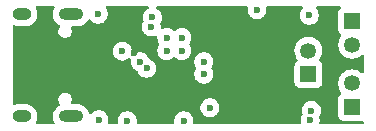
<source format=gbr>
%TF.GenerationSoftware,KiCad,Pcbnew,9.0.4*%
%TF.CreationDate,2025-09-14T00:07:06+02:00*%
%TF.ProjectId,charging-module-slim,63686172-6769-46e6-972d-6d6f64756c65,rev?*%
%TF.SameCoordinates,Original*%
%TF.FileFunction,Copper,L2,Inr*%
%TF.FilePolarity,Positive*%
%FSLAX46Y46*%
G04 Gerber Fmt 4.6, Leading zero omitted, Abs format (unit mm)*
G04 Created by KiCad (PCBNEW 9.0.4) date 2025-09-14 00:07:06*
%MOMM*%
%LPD*%
G01*
G04 APERTURE LIST*
%TA.AperFunction,ComponentPad*%
%ADD10R,1.350000X1.350000*%
%TD*%
%TA.AperFunction,ComponentPad*%
%ADD11C,1.350000*%
%TD*%
%TA.AperFunction,HeatsinkPad*%
%ADD12O,2.100000X1.000000*%
%TD*%
%TA.AperFunction,HeatsinkPad*%
%ADD13O,1.600000X1.000000*%
%TD*%
%TA.AperFunction,ViaPad*%
%ADD14C,0.600000*%
%TD*%
G04 APERTURE END LIST*
D10*
%TO.N,Net-(IC1-THERM)*%
%TO.C,TH1*%
X49550000Y-101750000D03*
D11*
%TO.N,GND*%
X49550000Y-99750000D03*
%TD*%
D12*
%TO.N,GND*%
%TO.C,J2*%
X29480000Y-96680000D03*
D13*
X25300000Y-96680000D03*
D12*
X29480000Y-105320000D03*
D13*
X25300000Y-105320000D03*
%TD*%
D10*
%TO.N,/Vbat*%
%TO.C,J1*%
X53250000Y-97270000D03*
D11*
%TO.N,GND*%
X53250000Y-99270000D03*
%TD*%
D10*
%TO.N,/Load*%
%TO.C,J3*%
X53250000Y-104530000D03*
D11*
%TO.N,GND*%
X53250000Y-102530000D03*
%TD*%
D14*
%TO.N,GND*%
X31750000Y-96675000D03*
X34225000Y-105700000D03*
X33800000Y-99800000D03*
X45200000Y-96300000D03*
X49706502Y-105630001D03*
X38850000Y-98650000D03*
X38850000Y-99750000D03*
X37550000Y-98650000D03*
X37550000Y-99750000D03*
X31825000Y-105600000D03*
X38994285Y-105700000D03*
%TO.N,/Load*%
X35300000Y-100700000D03*
X49812416Y-104837041D03*
X35850000Y-101250000D03*
%TO.N,/Vbat*%
X49625000Y-96775000D03*
X36350000Y-96950000D03*
X36250000Y-97750000D03*
%TO.N,/SEL*%
X34750000Y-99950000D03*
X38450000Y-102175000D03*
X31680000Y-103460000D03*
X34650000Y-98550000D03*
X31750000Y-98550000D03*
X48050000Y-100000000D03*
X34750000Y-99250000D03*
%TO.N,Net-(IC1-THERM)*%
X40699000Y-101750000D03*
%TO.N,Net-(IC1-~{PG})*%
X40699000Y-100695496D03*
X41212939Y-104596507D03*
%TD*%
%TA.AperFunction,Conductor*%
%TO.N,/SEL*%
G36*
X28015787Y-96020185D02*
G01*
X28061542Y-96072989D01*
X28071486Y-96142147D01*
X28051850Y-96193391D01*
X28043371Y-96206080D01*
X28043364Y-96206092D01*
X27967950Y-96388160D01*
X27967947Y-96388170D01*
X27929500Y-96581456D01*
X27929500Y-96581459D01*
X27929500Y-96778541D01*
X27929500Y-96778543D01*
X27929499Y-96778543D01*
X27967947Y-96971829D01*
X27967950Y-96971839D01*
X28043364Y-97153907D01*
X28043371Y-97153920D01*
X28152860Y-97317781D01*
X28152863Y-97317785D01*
X28292214Y-97457136D01*
X28292218Y-97457139D01*
X28461151Y-97570017D01*
X28460180Y-97571470D01*
X28504109Y-97614619D01*
X28519571Y-97682757D01*
X28495741Y-97748437D01*
X28494190Y-97750502D01*
X28489489Y-97756627D01*
X28413719Y-97887863D01*
X28385582Y-97992876D01*
X28374500Y-98034234D01*
X28374500Y-98185766D01*
X28394109Y-98258950D01*
X28413719Y-98332136D01*
X28436613Y-98371789D01*
X28489485Y-98463365D01*
X28596635Y-98570515D01*
X28727865Y-98646281D01*
X28874234Y-98685500D01*
X28874236Y-98685500D01*
X29025764Y-98685500D01*
X29025766Y-98685500D01*
X29172135Y-98646281D01*
X29303365Y-98570515D01*
X29410515Y-98463365D01*
X29486281Y-98332135D01*
X29525500Y-98185766D01*
X29525500Y-98034234D01*
X29486281Y-97887865D01*
X29481891Y-97880261D01*
X29473947Y-97866501D01*
X29457473Y-97798602D01*
X29480325Y-97732574D01*
X29535245Y-97689383D01*
X29581333Y-97680500D01*
X30128543Y-97680500D01*
X30284462Y-97649485D01*
X30321835Y-97642051D01*
X30503914Y-97566632D01*
X30667782Y-97457139D01*
X30807139Y-97317782D01*
X30908837Y-97165579D01*
X30962449Y-97120775D01*
X31031774Y-97112068D01*
X31094801Y-97142222D01*
X31115040Y-97165579D01*
X31128208Y-97185286D01*
X31128213Y-97185292D01*
X31239707Y-97296786D01*
X31239711Y-97296789D01*
X31370814Y-97384390D01*
X31370827Y-97384397D01*
X31479162Y-97429270D01*
X31516503Y-97444737D01*
X31671153Y-97475499D01*
X31671156Y-97475500D01*
X31671158Y-97475500D01*
X31828844Y-97475500D01*
X31828845Y-97475499D01*
X31983497Y-97444737D01*
X32129179Y-97384394D01*
X32260289Y-97296789D01*
X32371789Y-97185289D01*
X32459394Y-97054179D01*
X32519737Y-96908497D01*
X32550500Y-96753842D01*
X32550500Y-96596158D01*
X32550500Y-96596155D01*
X32550499Y-96596153D01*
X32519738Y-96441510D01*
X32519737Y-96441503D01*
X32518993Y-96439707D01*
X32459397Y-96295827D01*
X32459390Y-96295814D01*
X32390953Y-96193391D01*
X32370075Y-96126713D01*
X32388560Y-96059333D01*
X32440538Y-96012643D01*
X32494055Y-96000500D01*
X35927098Y-96000500D01*
X35994137Y-96020185D01*
X36039892Y-96072989D01*
X36049836Y-96142147D01*
X36020811Y-96205703D01*
X35974549Y-96239062D01*
X35970821Y-96240605D01*
X35970814Y-96240609D01*
X35839711Y-96328210D01*
X35839707Y-96328213D01*
X35728213Y-96439707D01*
X35728210Y-96439711D01*
X35640609Y-96570814D01*
X35640602Y-96570827D01*
X35580264Y-96716498D01*
X35580261Y-96716510D01*
X35549500Y-96871153D01*
X35549500Y-97028846D01*
X35580261Y-97183494D01*
X35580264Y-97183502D01*
X35587621Y-97201263D01*
X35595090Y-97270732D01*
X35576163Y-97317604D01*
X35540611Y-97370812D01*
X35540602Y-97370828D01*
X35480264Y-97516498D01*
X35480261Y-97516510D01*
X35449500Y-97671153D01*
X35449500Y-97828846D01*
X35480261Y-97983489D01*
X35480264Y-97983501D01*
X35540602Y-98129172D01*
X35540609Y-98129185D01*
X35628210Y-98260288D01*
X35628213Y-98260292D01*
X35739707Y-98371786D01*
X35739711Y-98371789D01*
X35870814Y-98459390D01*
X35870827Y-98459397D01*
X35949218Y-98491867D01*
X36016503Y-98519737D01*
X36171153Y-98550499D01*
X36171156Y-98550500D01*
X36171158Y-98550500D01*
X36328844Y-98550500D01*
X36328845Y-98550499D01*
X36483497Y-98519737D01*
X36578048Y-98480572D01*
X36647517Y-98473104D01*
X36709996Y-98504379D01*
X36745648Y-98564468D01*
X36749500Y-98595134D01*
X36749500Y-98728846D01*
X36780261Y-98883489D01*
X36780264Y-98883501D01*
X36840602Y-99029172D01*
X36840609Y-99029185D01*
X36908713Y-99131109D01*
X36929591Y-99197787D01*
X36911107Y-99265167D01*
X36908713Y-99268891D01*
X36840609Y-99370814D01*
X36840602Y-99370827D01*
X36780264Y-99516498D01*
X36780261Y-99516510D01*
X36749500Y-99671153D01*
X36749500Y-99828846D01*
X36780261Y-99983489D01*
X36780264Y-99983501D01*
X36840602Y-100129172D01*
X36840609Y-100129185D01*
X36928210Y-100260288D01*
X36928213Y-100260292D01*
X37039707Y-100371786D01*
X37039711Y-100371789D01*
X37170814Y-100459390D01*
X37170827Y-100459397D01*
X37306967Y-100515787D01*
X37316503Y-100519737D01*
X37455639Y-100547413D01*
X37471153Y-100550499D01*
X37471156Y-100550500D01*
X37471158Y-100550500D01*
X37628844Y-100550500D01*
X37628845Y-100550499D01*
X37783497Y-100519737D01*
X37929179Y-100459394D01*
X38060289Y-100371789D01*
X38072699Y-100359379D01*
X38112319Y-100319760D01*
X38173642Y-100286275D01*
X38243334Y-100291259D01*
X38287681Y-100319760D01*
X38339707Y-100371786D01*
X38339711Y-100371789D01*
X38470814Y-100459390D01*
X38470827Y-100459397D01*
X38606967Y-100515787D01*
X38616503Y-100519737D01*
X38755639Y-100547413D01*
X38771153Y-100550499D01*
X38771156Y-100550500D01*
X38771158Y-100550500D01*
X38928844Y-100550500D01*
X38928845Y-100550499D01*
X39083497Y-100519737D01*
X39112834Y-100507584D01*
X39140802Y-100496001D01*
X39229172Y-100459397D01*
X39229172Y-100459396D01*
X39229179Y-100459394D01*
X39360289Y-100371789D01*
X39471789Y-100260289D01*
X39559394Y-100129179D01*
X39619737Y-99983497D01*
X39650500Y-99828842D01*
X39650500Y-99671158D01*
X39650500Y-99671155D01*
X39647781Y-99657486D01*
X48374500Y-99657486D01*
X48374500Y-99842514D01*
X48381403Y-99886096D01*
X48403445Y-100025265D01*
X48460619Y-100201232D01*
X48460620Y-100201235D01*
X48544624Y-100366099D01*
X48628545Y-100481607D01*
X48652025Y-100547413D01*
X48636200Y-100615467D01*
X48602539Y-100653758D01*
X48517452Y-100717455D01*
X48431206Y-100832664D01*
X48431202Y-100832671D01*
X48380908Y-100967517D01*
X48375642Y-101016503D01*
X48374501Y-101027123D01*
X48374500Y-101027135D01*
X48374500Y-102472870D01*
X48374501Y-102472876D01*
X48380908Y-102532483D01*
X48431202Y-102667328D01*
X48431206Y-102667335D01*
X48517452Y-102782544D01*
X48517455Y-102782547D01*
X48632664Y-102868793D01*
X48632671Y-102868797D01*
X48767517Y-102919091D01*
X48767516Y-102919091D01*
X48774444Y-102919835D01*
X48827127Y-102925500D01*
X50272872Y-102925499D01*
X50332483Y-102919091D01*
X50467331Y-102868796D01*
X50582546Y-102782546D01*
X50668796Y-102667331D01*
X50719091Y-102532483D01*
X50725500Y-102472873D01*
X50725499Y-101027128D01*
X50719091Y-100967517D01*
X50706402Y-100933497D01*
X50668797Y-100832671D01*
X50668793Y-100832664D01*
X50582547Y-100717455D01*
X50497460Y-100653758D01*
X50455590Y-100597824D01*
X50450606Y-100528132D01*
X50471454Y-100481607D01*
X50555378Y-100366096D01*
X50639379Y-100201235D01*
X50696555Y-100025264D01*
X50725500Y-99842514D01*
X50725500Y-99657486D01*
X50696555Y-99474736D01*
X50639379Y-99298765D01*
X50639379Y-99298764D01*
X50587928Y-99197787D01*
X50555378Y-99133904D01*
X50446621Y-98984213D01*
X50315787Y-98853379D01*
X50166096Y-98744622D01*
X50135126Y-98728842D01*
X50001235Y-98660620D01*
X50001232Y-98660619D01*
X49825265Y-98603445D01*
X49733889Y-98588972D01*
X49642514Y-98574500D01*
X49457486Y-98574500D01*
X49396569Y-98584148D01*
X49274734Y-98603445D01*
X49098767Y-98660619D01*
X49098764Y-98660620D01*
X48933903Y-98744622D01*
X48848499Y-98806672D01*
X48784213Y-98853379D01*
X48784211Y-98853381D01*
X48784210Y-98853381D01*
X48653381Y-98984210D01*
X48653381Y-98984211D01*
X48653379Y-98984213D01*
X48620709Y-99029179D01*
X48544622Y-99133903D01*
X48460620Y-99298764D01*
X48460619Y-99298767D01*
X48403445Y-99474734D01*
X48392274Y-99545264D01*
X48374500Y-99657486D01*
X39647781Y-99657486D01*
X39619738Y-99516508D01*
X39619737Y-99516507D01*
X39619737Y-99516503D01*
X39580102Y-99420814D01*
X39559397Y-99370827D01*
X39559393Y-99370820D01*
X39553843Y-99362514D01*
X39491284Y-99268888D01*
X39470408Y-99202214D01*
X39488892Y-99134834D01*
X39491257Y-99131152D01*
X39559394Y-99029179D01*
X39619737Y-98883497D01*
X39650500Y-98728842D01*
X39650500Y-98571158D01*
X39650500Y-98571155D01*
X39650499Y-98571153D01*
X39650372Y-98570514D01*
X39619737Y-98416503D01*
X39619735Y-98416498D01*
X39559397Y-98270827D01*
X39559390Y-98270814D01*
X39471789Y-98139711D01*
X39471786Y-98139707D01*
X39360292Y-98028213D01*
X39360288Y-98028210D01*
X39229185Y-97940609D01*
X39229172Y-97940602D01*
X39083501Y-97880264D01*
X39083489Y-97880261D01*
X38928845Y-97849500D01*
X38928842Y-97849500D01*
X38771158Y-97849500D01*
X38771155Y-97849500D01*
X38616510Y-97880261D01*
X38616498Y-97880264D01*
X38470827Y-97940602D01*
X38470814Y-97940609D01*
X38339711Y-98028210D01*
X38339707Y-98028213D01*
X38287681Y-98080240D01*
X38226358Y-98113725D01*
X38156666Y-98108741D01*
X38112319Y-98080240D01*
X38060292Y-98028213D01*
X38060288Y-98028210D01*
X37929185Y-97940609D01*
X37929172Y-97940602D01*
X37783501Y-97880264D01*
X37783489Y-97880261D01*
X37628845Y-97849500D01*
X37628842Y-97849500D01*
X37471158Y-97849500D01*
X37471155Y-97849500D01*
X37316510Y-97880261D01*
X37316507Y-97880261D01*
X37221952Y-97919427D01*
X37152482Y-97926895D01*
X37090003Y-97895619D01*
X37054351Y-97835530D01*
X37050500Y-97804865D01*
X37050500Y-97671155D01*
X37050499Y-97671153D01*
X37019739Y-97516511D01*
X37019737Y-97516505D01*
X37019737Y-97516503D01*
X37012377Y-97498735D01*
X37004908Y-97429270D01*
X37023835Y-97382394D01*
X37059394Y-97329179D01*
X37119737Y-97183497D01*
X37150500Y-97028842D01*
X37150500Y-96871158D01*
X37150500Y-96871155D01*
X37150499Y-96871153D01*
X37138392Y-96810288D01*
X37119737Y-96716503D01*
X37111308Y-96696153D01*
X37059397Y-96570827D01*
X37059390Y-96570814D01*
X36971789Y-96439711D01*
X36971786Y-96439707D01*
X36860292Y-96328213D01*
X36860288Y-96328210D01*
X36729185Y-96240609D01*
X36729178Y-96240605D01*
X36725451Y-96239062D01*
X36671047Y-96195222D01*
X36648981Y-96128928D01*
X36666259Y-96061229D01*
X36717395Y-96013617D01*
X36772902Y-96000500D01*
X44292297Y-96000500D01*
X44359336Y-96020185D01*
X44405091Y-96072989D01*
X44415035Y-96142147D01*
X44413914Y-96148691D01*
X44399500Y-96221153D01*
X44399500Y-96378846D01*
X44430261Y-96533489D01*
X44430264Y-96533501D01*
X44490602Y-96679172D01*
X44490609Y-96679185D01*
X44578210Y-96810288D01*
X44578213Y-96810292D01*
X44689707Y-96921786D01*
X44689711Y-96921789D01*
X44820814Y-97009390D01*
X44820827Y-97009397D01*
X44966498Y-97069735D01*
X44966503Y-97069737D01*
X45121153Y-97100499D01*
X45121156Y-97100500D01*
X45121158Y-97100500D01*
X45278844Y-97100500D01*
X45278845Y-97100499D01*
X45433497Y-97069737D01*
X45579179Y-97009394D01*
X45710289Y-96921789D01*
X45821789Y-96810289D01*
X45909394Y-96679179D01*
X45969737Y-96533497D01*
X46000500Y-96378842D01*
X46000500Y-96221158D01*
X46000500Y-96221155D01*
X46000499Y-96221153D01*
X45986086Y-96148691D01*
X45992313Y-96079100D01*
X46035176Y-96023922D01*
X46101066Y-96000678D01*
X46107703Y-96000500D01*
X48968059Y-96000500D01*
X49035098Y-96020185D01*
X49080853Y-96072989D01*
X49090797Y-96142147D01*
X49061772Y-96205703D01*
X49055740Y-96212181D01*
X49003213Y-96264707D01*
X49003210Y-96264711D01*
X48915609Y-96395814D01*
X48915602Y-96395827D01*
X48855264Y-96541498D01*
X48855261Y-96541510D01*
X48824500Y-96696153D01*
X48824500Y-96853846D01*
X48855261Y-97008489D01*
X48855264Y-97008501D01*
X48915602Y-97154172D01*
X48915609Y-97154185D01*
X49003210Y-97285288D01*
X49003213Y-97285292D01*
X49114707Y-97396786D01*
X49114711Y-97396789D01*
X49245814Y-97484390D01*
X49245827Y-97484397D01*
X49391498Y-97544735D01*
X49391503Y-97544737D01*
X49525898Y-97571470D01*
X49546153Y-97575499D01*
X49546156Y-97575500D01*
X49546158Y-97575500D01*
X49703844Y-97575500D01*
X49703845Y-97575499D01*
X49858497Y-97544737D01*
X50004179Y-97484394D01*
X50135289Y-97396789D01*
X50246789Y-97285289D01*
X50334394Y-97154179D01*
X50394737Y-97008497D01*
X50425500Y-96853842D01*
X50425500Y-96696158D01*
X50425500Y-96696155D01*
X50425499Y-96696153D01*
X50422121Y-96679172D01*
X50394737Y-96541503D01*
X50394735Y-96541498D01*
X50334397Y-96395827D01*
X50334390Y-96395814D01*
X50246789Y-96264711D01*
X50246786Y-96264707D01*
X50194260Y-96212181D01*
X50160775Y-96150858D01*
X50165759Y-96081166D01*
X50207631Y-96025233D01*
X50273095Y-96000816D01*
X50281941Y-96000500D01*
X52161427Y-96000500D01*
X52228466Y-96020185D01*
X52274221Y-96072989D01*
X52284165Y-96142147D01*
X52255140Y-96205703D01*
X52235739Y-96223766D01*
X52217452Y-96237455D01*
X52131206Y-96352664D01*
X52131202Y-96352671D01*
X52080908Y-96487517D01*
X52074501Y-96547116D01*
X52074500Y-96547130D01*
X52074500Y-97992870D01*
X52074501Y-97992876D01*
X52080908Y-98052483D01*
X52131202Y-98187328D01*
X52131206Y-98187335D01*
X52217452Y-98302544D01*
X52217453Y-98302544D01*
X52217454Y-98302546D01*
X52222167Y-98306074D01*
X52302539Y-98366241D01*
X52344409Y-98422175D01*
X52349393Y-98491867D01*
X52328545Y-98538392D01*
X52244624Y-98653900D01*
X52160620Y-98818764D01*
X52160619Y-98818767D01*
X52103445Y-98994734D01*
X52074500Y-99177486D01*
X52074500Y-99362513D01*
X52103445Y-99545265D01*
X52160619Y-99721232D01*
X52160620Y-99721235D01*
X52222415Y-99842513D01*
X52244622Y-99886096D01*
X52353379Y-100035787D01*
X52484213Y-100166621D01*
X52633904Y-100275378D01*
X52714237Y-100316310D01*
X52798764Y-100359379D01*
X52798767Y-100359380D01*
X52836950Y-100371786D01*
X52974736Y-100416555D01*
X53157486Y-100445500D01*
X53157487Y-100445500D01*
X53342513Y-100445500D01*
X53342514Y-100445500D01*
X53525264Y-100416555D01*
X53701235Y-100359379D01*
X53866096Y-100275378D01*
X54015787Y-100166621D01*
X54038319Y-100144089D01*
X54099642Y-100110604D01*
X54169334Y-100115588D01*
X54225267Y-100157460D01*
X54249684Y-100222924D01*
X54250000Y-100231770D01*
X54250000Y-101568230D01*
X54230315Y-101635269D01*
X54177511Y-101681024D01*
X54108353Y-101690968D01*
X54044797Y-101661943D01*
X54038319Y-101655911D01*
X54015789Y-101633381D01*
X54015787Y-101633379D01*
X53866096Y-101524622D01*
X53859419Y-101521220D01*
X53701235Y-101440620D01*
X53701232Y-101440619D01*
X53525265Y-101383445D01*
X53433889Y-101368972D01*
X53342514Y-101354500D01*
X53157486Y-101354500D01*
X53096569Y-101364148D01*
X52974734Y-101383445D01*
X52798767Y-101440619D01*
X52798764Y-101440620D01*
X52633903Y-101524622D01*
X52573883Y-101568230D01*
X52484213Y-101633379D01*
X52484211Y-101633381D01*
X52484210Y-101633381D01*
X52353381Y-101764210D01*
X52353381Y-101764211D01*
X52353379Y-101764213D01*
X52306672Y-101828499D01*
X52244622Y-101913903D01*
X52160620Y-102078764D01*
X52160619Y-102078767D01*
X52103445Y-102254734D01*
X52074500Y-102437486D01*
X52074500Y-102622513D01*
X52103445Y-102805265D01*
X52160619Y-102981232D01*
X52160620Y-102981235D01*
X52244624Y-103146099D01*
X52328545Y-103261607D01*
X52352025Y-103327413D01*
X52336200Y-103395467D01*
X52302539Y-103433758D01*
X52217452Y-103497455D01*
X52131206Y-103612664D01*
X52131202Y-103612671D01*
X52080908Y-103747517D01*
X52074501Y-103807116D01*
X52074500Y-103807135D01*
X52074500Y-105252870D01*
X52074501Y-105252876D01*
X52080908Y-105312483D01*
X52131202Y-105447328D01*
X52131206Y-105447335D01*
X52217452Y-105562544D01*
X52217455Y-105562547D01*
X52332664Y-105648793D01*
X52332671Y-105648797D01*
X52467517Y-105699091D01*
X52467516Y-105699091D01*
X52474444Y-105699835D01*
X52527127Y-105705500D01*
X53972872Y-105705499D01*
X54032483Y-105699091D01*
X54082666Y-105680374D01*
X54152357Y-105675389D01*
X54213681Y-105708873D01*
X54247166Y-105770196D01*
X54250000Y-105796555D01*
X54250000Y-105875500D01*
X54230315Y-105942539D01*
X54177511Y-105988294D01*
X54126000Y-105999500D01*
X50600281Y-105999500D01*
X50533242Y-105979815D01*
X50487487Y-105927011D01*
X50477543Y-105857853D01*
X50478664Y-105851308D01*
X50507002Y-105708845D01*
X50507002Y-105551156D01*
X50507001Y-105551154D01*
X50486349Y-105447331D01*
X50476239Y-105396504D01*
X50472943Y-105388546D01*
X50465474Y-105319077D01*
X50484402Y-105272203D01*
X50521810Y-105216220D01*
X50582153Y-105070538D01*
X50612916Y-104915883D01*
X50612916Y-104758199D01*
X50612916Y-104758196D01*
X50612915Y-104758194D01*
X50597802Y-104682218D01*
X50582153Y-104603544D01*
X50582151Y-104603539D01*
X50521813Y-104457868D01*
X50521806Y-104457855D01*
X50434205Y-104326752D01*
X50434202Y-104326748D01*
X50322708Y-104215254D01*
X50322704Y-104215251D01*
X50191601Y-104127650D01*
X50191588Y-104127643D01*
X50045917Y-104067305D01*
X50045905Y-104067302D01*
X49891261Y-104036541D01*
X49891258Y-104036541D01*
X49733574Y-104036541D01*
X49733571Y-104036541D01*
X49578926Y-104067302D01*
X49578914Y-104067305D01*
X49433243Y-104127643D01*
X49433230Y-104127650D01*
X49302127Y-104215251D01*
X49302123Y-104215254D01*
X49190629Y-104326748D01*
X49190626Y-104326752D01*
X49103025Y-104457855D01*
X49103018Y-104457868D01*
X49042680Y-104603539D01*
X49042677Y-104603551D01*
X49011916Y-104758194D01*
X49011916Y-104915887D01*
X49042676Y-105070529D01*
X49042678Y-105070534D01*
X49042679Y-105070538D01*
X49045975Y-105078495D01*
X49053442Y-105147964D01*
X49034517Y-105194834D01*
X48997109Y-105250820D01*
X48997104Y-105250829D01*
X48936766Y-105396499D01*
X48936763Y-105396511D01*
X48906002Y-105551154D01*
X48906002Y-105551159D01*
X48906002Y-105708843D01*
X48906002Y-105708845D01*
X48906001Y-105708845D01*
X48934340Y-105851308D01*
X48928113Y-105920900D01*
X48885250Y-105976077D01*
X48819360Y-105999322D01*
X48812723Y-105999500D01*
X39901988Y-105999500D01*
X39834949Y-105979815D01*
X39789194Y-105927011D01*
X39779250Y-105857853D01*
X39780371Y-105851309D01*
X39794784Y-105778846D01*
X39794785Y-105778844D01*
X39794785Y-105621155D01*
X39794784Y-105621153D01*
X39792931Y-105611839D01*
X39764022Y-105466503D01*
X39764020Y-105466498D01*
X39703682Y-105320827D01*
X39703675Y-105320814D01*
X39616074Y-105189711D01*
X39616071Y-105189707D01*
X39504577Y-105078213D01*
X39504573Y-105078210D01*
X39373470Y-104990609D01*
X39373457Y-104990602D01*
X39227786Y-104930264D01*
X39227774Y-104930261D01*
X39073130Y-104899500D01*
X39073127Y-104899500D01*
X38915443Y-104899500D01*
X38915440Y-104899500D01*
X38760795Y-104930261D01*
X38760783Y-104930264D01*
X38615112Y-104990602D01*
X38615099Y-104990609D01*
X38483996Y-105078210D01*
X38483992Y-105078213D01*
X38372498Y-105189707D01*
X38372495Y-105189711D01*
X38284894Y-105320814D01*
X38284887Y-105320827D01*
X38224549Y-105466498D01*
X38224546Y-105466510D01*
X38193785Y-105621153D01*
X38193785Y-105778846D01*
X38208199Y-105851309D01*
X38201972Y-105920900D01*
X38159109Y-105976078D01*
X38093219Y-105999322D01*
X38086582Y-105999500D01*
X35132703Y-105999500D01*
X35065664Y-105979815D01*
X35019909Y-105927011D01*
X35009965Y-105857853D01*
X35011086Y-105851309D01*
X35025499Y-105778846D01*
X35025500Y-105778844D01*
X35025500Y-105621155D01*
X35025499Y-105621153D01*
X35023646Y-105611839D01*
X34994737Y-105466503D01*
X34994735Y-105466498D01*
X34934397Y-105320827D01*
X34934390Y-105320814D01*
X34846789Y-105189711D01*
X34846786Y-105189707D01*
X34735292Y-105078213D01*
X34735288Y-105078210D01*
X34604185Y-104990609D01*
X34604172Y-104990602D01*
X34458501Y-104930264D01*
X34458489Y-104930261D01*
X34303845Y-104899500D01*
X34303842Y-104899500D01*
X34146158Y-104899500D01*
X34146155Y-104899500D01*
X33991510Y-104930261D01*
X33991498Y-104930264D01*
X33845827Y-104990602D01*
X33845814Y-104990609D01*
X33714711Y-105078210D01*
X33714707Y-105078213D01*
X33603213Y-105189707D01*
X33603210Y-105189711D01*
X33515609Y-105320814D01*
X33515602Y-105320827D01*
X33455264Y-105466498D01*
X33455261Y-105466510D01*
X33424500Y-105621153D01*
X33424500Y-105778846D01*
X33438914Y-105851309D01*
X33432687Y-105920900D01*
X33389824Y-105976078D01*
X33323934Y-105999322D01*
X33317297Y-105999500D01*
X32711555Y-105999500D01*
X32644516Y-105979815D01*
X32598761Y-105927011D01*
X32588817Y-105857853D01*
X32593840Y-105839588D01*
X32592969Y-105839324D01*
X32594731Y-105833509D01*
X32594737Y-105833497D01*
X32625500Y-105678842D01*
X32625500Y-105521158D01*
X32625500Y-105521155D01*
X32625499Y-105521153D01*
X32614627Y-105466498D01*
X32594737Y-105366503D01*
X32575093Y-105319077D01*
X32534397Y-105220827D01*
X32534390Y-105220814D01*
X32446789Y-105089711D01*
X32446786Y-105089707D01*
X32335292Y-104978213D01*
X32335288Y-104978210D01*
X32204185Y-104890609D01*
X32204172Y-104890602D01*
X32058501Y-104830264D01*
X32058489Y-104830261D01*
X31903845Y-104799500D01*
X31903842Y-104799500D01*
X31746158Y-104799500D01*
X31746155Y-104799500D01*
X31591510Y-104830261D01*
X31591498Y-104830264D01*
X31445827Y-104890602D01*
X31445814Y-104890609D01*
X31314711Y-104978210D01*
X31201335Y-105091586D01*
X31140012Y-105125070D01*
X31070320Y-105120086D01*
X31014387Y-105078214D01*
X30994569Y-105033769D01*
X30993820Y-105033997D01*
X30992049Y-105028160D01*
X30916635Y-104846092D01*
X30916628Y-104846079D01*
X30807139Y-104682218D01*
X30807136Y-104682214D01*
X30667785Y-104542863D01*
X30667781Y-104542860D01*
X30630067Y-104517660D01*
X40412439Y-104517660D01*
X40412439Y-104675353D01*
X40443200Y-104829996D01*
X40443203Y-104830008D01*
X40503541Y-104975679D01*
X40503548Y-104975692D01*
X40591149Y-105106795D01*
X40591152Y-105106799D01*
X40702646Y-105218293D01*
X40702650Y-105218296D01*
X40833753Y-105305897D01*
X40833766Y-105305904D01*
X40979437Y-105366242D01*
X40979442Y-105366244D01*
X41134092Y-105397006D01*
X41134095Y-105397007D01*
X41134097Y-105397007D01*
X41291783Y-105397007D01*
X41291784Y-105397006D01*
X41446436Y-105366244D01*
X41592118Y-105305901D01*
X41723228Y-105218296D01*
X41834728Y-105106796D01*
X41922333Y-104975686D01*
X41982676Y-104830004D01*
X42013439Y-104675349D01*
X42013439Y-104517665D01*
X42013439Y-104517662D01*
X42013438Y-104517660D01*
X41982676Y-104363010D01*
X41980579Y-104357947D01*
X41922336Y-104217334D01*
X41922329Y-104217321D01*
X41834728Y-104086218D01*
X41834725Y-104086214D01*
X41723231Y-103974720D01*
X41723227Y-103974717D01*
X41592124Y-103887116D01*
X41592111Y-103887109D01*
X41446440Y-103826771D01*
X41446428Y-103826768D01*
X41291784Y-103796007D01*
X41291781Y-103796007D01*
X41134097Y-103796007D01*
X41134094Y-103796007D01*
X40979449Y-103826768D01*
X40979437Y-103826771D01*
X40833766Y-103887109D01*
X40833753Y-103887116D01*
X40702650Y-103974717D01*
X40702646Y-103974720D01*
X40591152Y-104086214D01*
X40591149Y-104086218D01*
X40503548Y-104217321D01*
X40503541Y-104217334D01*
X40443203Y-104363005D01*
X40443200Y-104363017D01*
X40412439Y-104517660D01*
X30630067Y-104517660D01*
X30503920Y-104433371D01*
X30503907Y-104433364D01*
X30321839Y-104357950D01*
X30321829Y-104357947D01*
X30128543Y-104319500D01*
X30128541Y-104319500D01*
X29581333Y-104319500D01*
X29514294Y-104299815D01*
X29468539Y-104247011D01*
X29458595Y-104177853D01*
X29473947Y-104133499D01*
X29486278Y-104112140D01*
X29486277Y-104112140D01*
X29486281Y-104112135D01*
X29525500Y-103965766D01*
X29525500Y-103814234D01*
X29486281Y-103667865D01*
X29410515Y-103536635D01*
X29303365Y-103429485D01*
X29207651Y-103374224D01*
X29172136Y-103353719D01*
X29098950Y-103334109D01*
X29025766Y-103314500D01*
X28874234Y-103314500D01*
X28727863Y-103353719D01*
X28596635Y-103429485D01*
X28596632Y-103429487D01*
X28489487Y-103536632D01*
X28489485Y-103536635D01*
X28413719Y-103667863D01*
X28379384Y-103796007D01*
X28374500Y-103814234D01*
X28374500Y-103965766D01*
X28376899Y-103974718D01*
X28413719Y-104112136D01*
X28451602Y-104177750D01*
X28489485Y-104243365D01*
X28489488Y-104243368D01*
X28494188Y-104249493D01*
X28519383Y-104314662D01*
X28505346Y-104383107D01*
X28460510Y-104429023D01*
X28461151Y-104429983D01*
X28456612Y-104433015D01*
X28456533Y-104433097D01*
X28456296Y-104433226D01*
X28292218Y-104542860D01*
X28292214Y-104542863D01*
X28152863Y-104682214D01*
X28152860Y-104682218D01*
X28043371Y-104846079D01*
X28043364Y-104846092D01*
X27967950Y-105028160D01*
X27967947Y-105028170D01*
X27929500Y-105221456D01*
X27929500Y-105221459D01*
X27929500Y-105418541D01*
X27929500Y-105418543D01*
X27929499Y-105418543D01*
X27967947Y-105611829D01*
X27967950Y-105611839D01*
X28043364Y-105793907D01*
X28043371Y-105793919D01*
X28051850Y-105806609D01*
X28072728Y-105873286D01*
X28054244Y-105940666D01*
X28002265Y-105987357D01*
X27948748Y-105999500D01*
X26581252Y-105999500D01*
X26514213Y-105979815D01*
X26468458Y-105927011D01*
X26458514Y-105857853D01*
X26478150Y-105806609D01*
X26484867Y-105796555D01*
X26486632Y-105793914D01*
X26562051Y-105611835D01*
X26580089Y-105521153D01*
X26600500Y-105418543D01*
X26600500Y-105221456D01*
X26562052Y-105028170D01*
X26562051Y-105028169D01*
X26562051Y-105028165D01*
X26546492Y-104990602D01*
X26486635Y-104846092D01*
X26486628Y-104846079D01*
X26377139Y-104682218D01*
X26377136Y-104682214D01*
X26237785Y-104542863D01*
X26237781Y-104542860D01*
X26073920Y-104433371D01*
X26073907Y-104433364D01*
X25891839Y-104357950D01*
X25891829Y-104357947D01*
X25698543Y-104319500D01*
X25698541Y-104319500D01*
X24901459Y-104319500D01*
X24901457Y-104319500D01*
X24708170Y-104357947D01*
X24708165Y-104357949D01*
X24671951Y-104372949D01*
X24602482Y-104380416D01*
X24540003Y-104349141D01*
X24504351Y-104289051D01*
X24500500Y-104258387D01*
X24500500Y-99721153D01*
X32999500Y-99721153D01*
X32999500Y-99878846D01*
X33030261Y-100033489D01*
X33030264Y-100033501D01*
X33090602Y-100179172D01*
X33090609Y-100179185D01*
X33178210Y-100310288D01*
X33178213Y-100310292D01*
X33289707Y-100421786D01*
X33289711Y-100421789D01*
X33420814Y-100509390D01*
X33420827Y-100509397D01*
X33520060Y-100550500D01*
X33566503Y-100569737D01*
X33689607Y-100594224D01*
X33721153Y-100600499D01*
X33721156Y-100600500D01*
X33721158Y-100600500D01*
X33878844Y-100600500D01*
X33878845Y-100600499D01*
X34033497Y-100569737D01*
X34179179Y-100509394D01*
X34310289Y-100421789D01*
X34310293Y-100421784D01*
X34314999Y-100417924D01*
X34316601Y-100419877D01*
X34368199Y-100391668D01*
X34437893Y-100396616D01*
X34493848Y-100438458D01*
X34518299Y-100503909D01*
X34516237Y-100537011D01*
X34499500Y-100621153D01*
X34499500Y-100778846D01*
X34530261Y-100933489D01*
X34530264Y-100933501D01*
X34590602Y-101079172D01*
X34590609Y-101079185D01*
X34678210Y-101210288D01*
X34678213Y-101210292D01*
X34789707Y-101321786D01*
X34789711Y-101321789D01*
X34920814Y-101409390D01*
X34920818Y-101409392D01*
X34920821Y-101409394D01*
X35028782Y-101454112D01*
X35083182Y-101497951D01*
X35095888Y-101521220D01*
X35140602Y-101629172D01*
X35140609Y-101629185D01*
X35228210Y-101760288D01*
X35228213Y-101760292D01*
X35339707Y-101871786D01*
X35339711Y-101871789D01*
X35470814Y-101959390D01*
X35470827Y-101959397D01*
X35616498Y-102019735D01*
X35616503Y-102019737D01*
X35771153Y-102050499D01*
X35771156Y-102050500D01*
X35771158Y-102050500D01*
X35928844Y-102050500D01*
X35928845Y-102050499D01*
X36083497Y-102019737D01*
X36229179Y-101959394D01*
X36360289Y-101871789D01*
X36471789Y-101760289D01*
X36559394Y-101629179D01*
X36619737Y-101483497D01*
X36650500Y-101328842D01*
X36650500Y-101171158D01*
X36650500Y-101171155D01*
X36650499Y-101171153D01*
X36632204Y-101079179D01*
X36619737Y-101016503D01*
X36619735Y-101016498D01*
X36559397Y-100870827D01*
X36559390Y-100870814D01*
X36471789Y-100739711D01*
X36471786Y-100739707D01*
X36360292Y-100628213D01*
X36360288Y-100628210D01*
X36342986Y-100616649D01*
X39898500Y-100616649D01*
X39898500Y-100774342D01*
X39929261Y-100928985D01*
X39929264Y-100928997D01*
X39989602Y-101074668D01*
X39989609Y-101074681D01*
X40042513Y-101153857D01*
X40063391Y-101220535D01*
X40044906Y-101287915D01*
X40042513Y-101291639D01*
X39989609Y-101370814D01*
X39989602Y-101370827D01*
X39929264Y-101516498D01*
X39929261Y-101516510D01*
X39898500Y-101671153D01*
X39898500Y-101828846D01*
X39929261Y-101983489D01*
X39929264Y-101983501D01*
X39989602Y-102129172D01*
X39989609Y-102129185D01*
X40077210Y-102260288D01*
X40077213Y-102260292D01*
X40188707Y-102371786D01*
X40188711Y-102371789D01*
X40319814Y-102459390D01*
X40319827Y-102459397D01*
X40465498Y-102519735D01*
X40465503Y-102519737D01*
X40620153Y-102550499D01*
X40620156Y-102550500D01*
X40620158Y-102550500D01*
X40777844Y-102550500D01*
X40777845Y-102550499D01*
X40932497Y-102519737D01*
X41078179Y-102459394D01*
X41209289Y-102371789D01*
X41320789Y-102260289D01*
X41408394Y-102129179D01*
X41468737Y-101983497D01*
X41499500Y-101828842D01*
X41499500Y-101671158D01*
X41499500Y-101671155D01*
X41499499Y-101671153D01*
X41468738Y-101516510D01*
X41468737Y-101516503D01*
X41437306Y-101440621D01*
X41408397Y-101370827D01*
X41408393Y-101370820D01*
X41408389Y-101370814D01*
X41355485Y-101291637D01*
X41334608Y-101224962D01*
X41353092Y-101157582D01*
X41355463Y-101153890D01*
X41408394Y-101074675D01*
X41468737Y-100928993D01*
X41499500Y-100774338D01*
X41499500Y-100616654D01*
X41499500Y-100616651D01*
X41499499Y-100616649D01*
X41490168Y-100569738D01*
X41468737Y-100461999D01*
X41452082Y-100421789D01*
X41408397Y-100316323D01*
X41408390Y-100316310D01*
X41320789Y-100185207D01*
X41320786Y-100185203D01*
X41209292Y-100073709D01*
X41209288Y-100073706D01*
X41078185Y-99986105D01*
X41078172Y-99986098D01*
X40932501Y-99925760D01*
X40932489Y-99925757D01*
X40777845Y-99894996D01*
X40777842Y-99894996D01*
X40620158Y-99894996D01*
X40620155Y-99894996D01*
X40465510Y-99925757D01*
X40465498Y-99925760D01*
X40319827Y-99986098D01*
X40319814Y-99986105D01*
X40188711Y-100073706D01*
X40188707Y-100073709D01*
X40077213Y-100185203D01*
X40077210Y-100185207D01*
X39989609Y-100316310D01*
X39989602Y-100316323D01*
X39929264Y-100461994D01*
X39929261Y-100462006D01*
X39898500Y-100616649D01*
X36342986Y-100616649D01*
X36229185Y-100540609D01*
X36229172Y-100540602D01*
X36121220Y-100495888D01*
X36066816Y-100452048D01*
X36054115Y-100428789D01*
X36009394Y-100320821D01*
X36009392Y-100320818D01*
X36009390Y-100320814D01*
X35921789Y-100189711D01*
X35921786Y-100189707D01*
X35810292Y-100078213D01*
X35810288Y-100078210D01*
X35679185Y-99990609D01*
X35679172Y-99990602D01*
X35533501Y-99930264D01*
X35533489Y-99930261D01*
X35378845Y-99899500D01*
X35378842Y-99899500D01*
X35221158Y-99899500D01*
X35221155Y-99899500D01*
X35066510Y-99930261D01*
X35066498Y-99930264D01*
X34920827Y-99990602D01*
X34920814Y-99990609D01*
X34789711Y-100078210D01*
X34785001Y-100082076D01*
X34783413Y-100080141D01*
X34731674Y-100108359D01*
X34661985Y-100103338D01*
X34606073Y-100061438D01*
X34581690Y-99995960D01*
X34583761Y-99962990D01*
X34600500Y-99878842D01*
X34600500Y-99721158D01*
X34600500Y-99721155D01*
X34600499Y-99721153D01*
X34569738Y-99566510D01*
X34569737Y-99566503D01*
X34560940Y-99545264D01*
X34509397Y-99420827D01*
X34509390Y-99420814D01*
X34421789Y-99289711D01*
X34421786Y-99289707D01*
X34310292Y-99178213D01*
X34310288Y-99178210D01*
X34179185Y-99090609D01*
X34179172Y-99090602D01*
X34033501Y-99030264D01*
X34033489Y-99030261D01*
X33878845Y-98999500D01*
X33878842Y-98999500D01*
X33721158Y-98999500D01*
X33721155Y-98999500D01*
X33566510Y-99030261D01*
X33566498Y-99030264D01*
X33420827Y-99090602D01*
X33420814Y-99090609D01*
X33289711Y-99178210D01*
X33289707Y-99178213D01*
X33178213Y-99289707D01*
X33178210Y-99289711D01*
X33090609Y-99420814D01*
X33090602Y-99420827D01*
X33030264Y-99566498D01*
X33030261Y-99566510D01*
X32999500Y-99721153D01*
X24500500Y-99721153D01*
X24500500Y-97741612D01*
X24520185Y-97674573D01*
X24572989Y-97628818D01*
X24642147Y-97618874D01*
X24671948Y-97627049D01*
X24708165Y-97642051D01*
X24708169Y-97642051D01*
X24708170Y-97642052D01*
X24901456Y-97680500D01*
X24901459Y-97680500D01*
X25698543Y-97680500D01*
X25854462Y-97649485D01*
X25891835Y-97642051D01*
X26073914Y-97566632D01*
X26237782Y-97457139D01*
X26377139Y-97317782D01*
X26486632Y-97153914D01*
X26562051Y-96971835D01*
X26585522Y-96853842D01*
X26600500Y-96778543D01*
X26600500Y-96581456D01*
X26562052Y-96388170D01*
X26562051Y-96388169D01*
X26562051Y-96388165D01*
X26537218Y-96328213D01*
X26486635Y-96206092D01*
X26486633Y-96206088D01*
X26486632Y-96206086D01*
X26479373Y-96195222D01*
X26478150Y-96193391D01*
X26457272Y-96126714D01*
X26475756Y-96059334D01*
X26527735Y-96012643D01*
X26581252Y-96000500D01*
X27948748Y-96000500D01*
X28015787Y-96020185D01*
G37*
%TD.AperFunction*%
%TD*%
M02*

</source>
